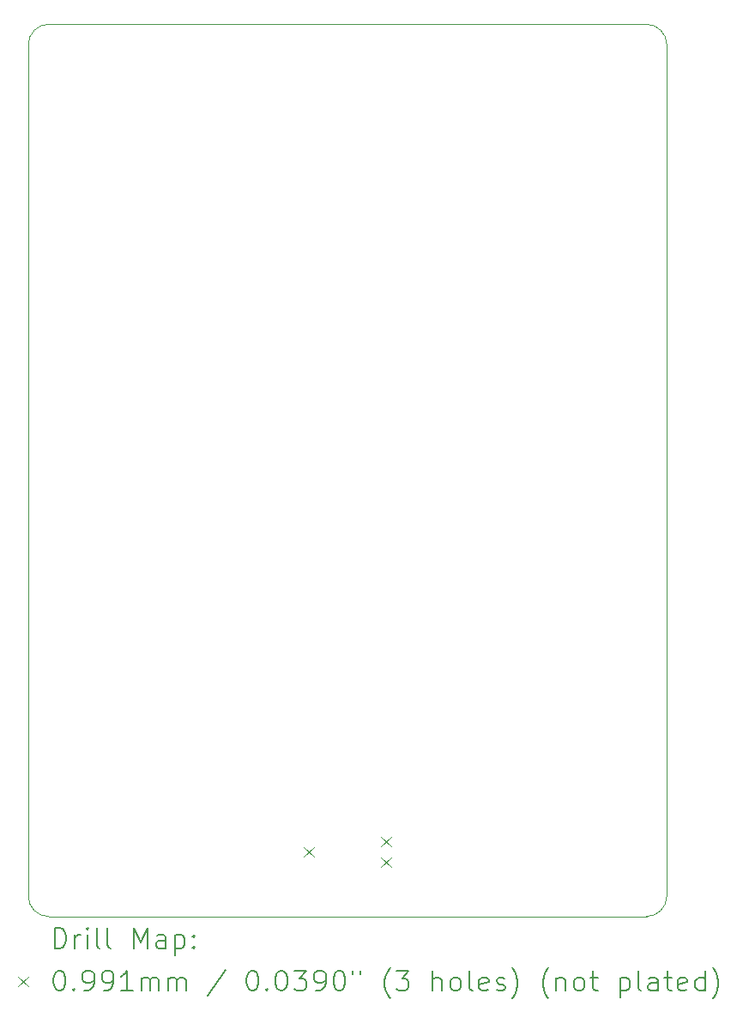
<source format=gbr>
%TF.GenerationSoftware,KiCad,Pcbnew,8.0.5*%
%TF.CreationDate,2025-05-26T10:54:04-04:00*%
%TF.ProjectId,tcg_counter,7463675f-636f-4756-9e74-65722e6b6963,1*%
%TF.SameCoordinates,Original*%
%TF.FileFunction,Drillmap*%
%TF.FilePolarity,Positive*%
%FSLAX45Y45*%
G04 Gerber Fmt 4.5, Leading zero omitted, Abs format (unit mm)*
G04 Created by KiCad (PCBNEW 8.0.5) date 2025-05-26 10:54:04*
%MOMM*%
%LPD*%
G01*
G04 APERTURE LIST*
%ADD10C,0.050000*%
%ADD11C,0.200000*%
%ADD12C,0.100000*%
G04 APERTURE END LIST*
D10*
X17300000Y-13100000D02*
G75*
G02*
X17100000Y-13300000I-200000J0D01*
G01*
X11000000Y-4700000D02*
G75*
G02*
X11200000Y-4500000I200000J0D01*
G01*
X11000000Y-13100000D02*
X11000000Y-4700000D01*
X11200000Y-13300000D02*
G75*
G02*
X11000000Y-13100000I0J200000D01*
G01*
X17100000Y-4500000D02*
G75*
G02*
X17300000Y-4700000I0J-200000D01*
G01*
X17100000Y-13300000D02*
X11200000Y-13300000D01*
X17300000Y-4700000D02*
X17300000Y-13100000D01*
X11200000Y-4500000D02*
X17100000Y-4500000D01*
D11*
D12*
X13719470Y-12613970D02*
X13818530Y-12713030D01*
X13818530Y-12613970D02*
X13719470Y-12713030D01*
X14481470Y-12512370D02*
X14580530Y-12611430D01*
X14580530Y-12512370D02*
X14481470Y-12611430D01*
X14481470Y-12715570D02*
X14580530Y-12814630D01*
X14580530Y-12715570D02*
X14481470Y-12814630D01*
D11*
X11258277Y-13613984D02*
X11258277Y-13413984D01*
X11258277Y-13413984D02*
X11305896Y-13413984D01*
X11305896Y-13413984D02*
X11334467Y-13423508D01*
X11334467Y-13423508D02*
X11353515Y-13442555D01*
X11353515Y-13442555D02*
X11363039Y-13461603D01*
X11363039Y-13461603D02*
X11372562Y-13499698D01*
X11372562Y-13499698D02*
X11372562Y-13528269D01*
X11372562Y-13528269D02*
X11363039Y-13566365D01*
X11363039Y-13566365D02*
X11353515Y-13585412D01*
X11353515Y-13585412D02*
X11334467Y-13604460D01*
X11334467Y-13604460D02*
X11305896Y-13613984D01*
X11305896Y-13613984D02*
X11258277Y-13613984D01*
X11458277Y-13613984D02*
X11458277Y-13480650D01*
X11458277Y-13518746D02*
X11467801Y-13499698D01*
X11467801Y-13499698D02*
X11477324Y-13490174D01*
X11477324Y-13490174D02*
X11496372Y-13480650D01*
X11496372Y-13480650D02*
X11515420Y-13480650D01*
X11582086Y-13613984D02*
X11582086Y-13480650D01*
X11582086Y-13413984D02*
X11572562Y-13423508D01*
X11572562Y-13423508D02*
X11582086Y-13433031D01*
X11582086Y-13433031D02*
X11591610Y-13423508D01*
X11591610Y-13423508D02*
X11582086Y-13413984D01*
X11582086Y-13413984D02*
X11582086Y-13433031D01*
X11705896Y-13613984D02*
X11686848Y-13604460D01*
X11686848Y-13604460D02*
X11677324Y-13585412D01*
X11677324Y-13585412D02*
X11677324Y-13413984D01*
X11810658Y-13613984D02*
X11791610Y-13604460D01*
X11791610Y-13604460D02*
X11782086Y-13585412D01*
X11782086Y-13585412D02*
X11782086Y-13413984D01*
X12039229Y-13613984D02*
X12039229Y-13413984D01*
X12039229Y-13413984D02*
X12105896Y-13556841D01*
X12105896Y-13556841D02*
X12172562Y-13413984D01*
X12172562Y-13413984D02*
X12172562Y-13613984D01*
X12353515Y-13613984D02*
X12353515Y-13509222D01*
X12353515Y-13509222D02*
X12343991Y-13490174D01*
X12343991Y-13490174D02*
X12324943Y-13480650D01*
X12324943Y-13480650D02*
X12286848Y-13480650D01*
X12286848Y-13480650D02*
X12267801Y-13490174D01*
X12353515Y-13604460D02*
X12334467Y-13613984D01*
X12334467Y-13613984D02*
X12286848Y-13613984D01*
X12286848Y-13613984D02*
X12267801Y-13604460D01*
X12267801Y-13604460D02*
X12258277Y-13585412D01*
X12258277Y-13585412D02*
X12258277Y-13566365D01*
X12258277Y-13566365D02*
X12267801Y-13547317D01*
X12267801Y-13547317D02*
X12286848Y-13537793D01*
X12286848Y-13537793D02*
X12334467Y-13537793D01*
X12334467Y-13537793D02*
X12353515Y-13528269D01*
X12448753Y-13480650D02*
X12448753Y-13680650D01*
X12448753Y-13490174D02*
X12467801Y-13480650D01*
X12467801Y-13480650D02*
X12505896Y-13480650D01*
X12505896Y-13480650D02*
X12524943Y-13490174D01*
X12524943Y-13490174D02*
X12534467Y-13499698D01*
X12534467Y-13499698D02*
X12543991Y-13518746D01*
X12543991Y-13518746D02*
X12543991Y-13575888D01*
X12543991Y-13575888D02*
X12534467Y-13594936D01*
X12534467Y-13594936D02*
X12524943Y-13604460D01*
X12524943Y-13604460D02*
X12505896Y-13613984D01*
X12505896Y-13613984D02*
X12467801Y-13613984D01*
X12467801Y-13613984D02*
X12448753Y-13604460D01*
X12629705Y-13594936D02*
X12639229Y-13604460D01*
X12639229Y-13604460D02*
X12629705Y-13613984D01*
X12629705Y-13613984D02*
X12620182Y-13604460D01*
X12620182Y-13604460D02*
X12629705Y-13594936D01*
X12629705Y-13594936D02*
X12629705Y-13613984D01*
X12629705Y-13490174D02*
X12639229Y-13499698D01*
X12639229Y-13499698D02*
X12629705Y-13509222D01*
X12629705Y-13509222D02*
X12620182Y-13499698D01*
X12620182Y-13499698D02*
X12629705Y-13490174D01*
X12629705Y-13490174D02*
X12629705Y-13509222D01*
D12*
X10898440Y-13892970D02*
X10997500Y-13992030D01*
X10997500Y-13892970D02*
X10898440Y-13992030D01*
D11*
X11296372Y-13833984D02*
X11315420Y-13833984D01*
X11315420Y-13833984D02*
X11334467Y-13843508D01*
X11334467Y-13843508D02*
X11343991Y-13853031D01*
X11343991Y-13853031D02*
X11353515Y-13872079D01*
X11353515Y-13872079D02*
X11363039Y-13910174D01*
X11363039Y-13910174D02*
X11363039Y-13957793D01*
X11363039Y-13957793D02*
X11353515Y-13995888D01*
X11353515Y-13995888D02*
X11343991Y-14014936D01*
X11343991Y-14014936D02*
X11334467Y-14024460D01*
X11334467Y-14024460D02*
X11315420Y-14033984D01*
X11315420Y-14033984D02*
X11296372Y-14033984D01*
X11296372Y-14033984D02*
X11277324Y-14024460D01*
X11277324Y-14024460D02*
X11267801Y-14014936D01*
X11267801Y-14014936D02*
X11258277Y-13995888D01*
X11258277Y-13995888D02*
X11248753Y-13957793D01*
X11248753Y-13957793D02*
X11248753Y-13910174D01*
X11248753Y-13910174D02*
X11258277Y-13872079D01*
X11258277Y-13872079D02*
X11267801Y-13853031D01*
X11267801Y-13853031D02*
X11277324Y-13843508D01*
X11277324Y-13843508D02*
X11296372Y-13833984D01*
X11448753Y-14014936D02*
X11458277Y-14024460D01*
X11458277Y-14024460D02*
X11448753Y-14033984D01*
X11448753Y-14033984D02*
X11439229Y-14024460D01*
X11439229Y-14024460D02*
X11448753Y-14014936D01*
X11448753Y-14014936D02*
X11448753Y-14033984D01*
X11553515Y-14033984D02*
X11591610Y-14033984D01*
X11591610Y-14033984D02*
X11610658Y-14024460D01*
X11610658Y-14024460D02*
X11620182Y-14014936D01*
X11620182Y-14014936D02*
X11639229Y-13986365D01*
X11639229Y-13986365D02*
X11648753Y-13948269D01*
X11648753Y-13948269D02*
X11648753Y-13872079D01*
X11648753Y-13872079D02*
X11639229Y-13853031D01*
X11639229Y-13853031D02*
X11629705Y-13843508D01*
X11629705Y-13843508D02*
X11610658Y-13833984D01*
X11610658Y-13833984D02*
X11572562Y-13833984D01*
X11572562Y-13833984D02*
X11553515Y-13843508D01*
X11553515Y-13843508D02*
X11543991Y-13853031D01*
X11543991Y-13853031D02*
X11534467Y-13872079D01*
X11534467Y-13872079D02*
X11534467Y-13919698D01*
X11534467Y-13919698D02*
X11543991Y-13938746D01*
X11543991Y-13938746D02*
X11553515Y-13948269D01*
X11553515Y-13948269D02*
X11572562Y-13957793D01*
X11572562Y-13957793D02*
X11610658Y-13957793D01*
X11610658Y-13957793D02*
X11629705Y-13948269D01*
X11629705Y-13948269D02*
X11639229Y-13938746D01*
X11639229Y-13938746D02*
X11648753Y-13919698D01*
X11743991Y-14033984D02*
X11782086Y-14033984D01*
X11782086Y-14033984D02*
X11801134Y-14024460D01*
X11801134Y-14024460D02*
X11810658Y-14014936D01*
X11810658Y-14014936D02*
X11829705Y-13986365D01*
X11829705Y-13986365D02*
X11839229Y-13948269D01*
X11839229Y-13948269D02*
X11839229Y-13872079D01*
X11839229Y-13872079D02*
X11829705Y-13853031D01*
X11829705Y-13853031D02*
X11820182Y-13843508D01*
X11820182Y-13843508D02*
X11801134Y-13833984D01*
X11801134Y-13833984D02*
X11763039Y-13833984D01*
X11763039Y-13833984D02*
X11743991Y-13843508D01*
X11743991Y-13843508D02*
X11734467Y-13853031D01*
X11734467Y-13853031D02*
X11724943Y-13872079D01*
X11724943Y-13872079D02*
X11724943Y-13919698D01*
X11724943Y-13919698D02*
X11734467Y-13938746D01*
X11734467Y-13938746D02*
X11743991Y-13948269D01*
X11743991Y-13948269D02*
X11763039Y-13957793D01*
X11763039Y-13957793D02*
X11801134Y-13957793D01*
X11801134Y-13957793D02*
X11820182Y-13948269D01*
X11820182Y-13948269D02*
X11829705Y-13938746D01*
X11829705Y-13938746D02*
X11839229Y-13919698D01*
X12029705Y-14033984D02*
X11915420Y-14033984D01*
X11972562Y-14033984D02*
X11972562Y-13833984D01*
X11972562Y-13833984D02*
X11953515Y-13862555D01*
X11953515Y-13862555D02*
X11934467Y-13881603D01*
X11934467Y-13881603D02*
X11915420Y-13891127D01*
X12115420Y-14033984D02*
X12115420Y-13900650D01*
X12115420Y-13919698D02*
X12124943Y-13910174D01*
X12124943Y-13910174D02*
X12143991Y-13900650D01*
X12143991Y-13900650D02*
X12172563Y-13900650D01*
X12172563Y-13900650D02*
X12191610Y-13910174D01*
X12191610Y-13910174D02*
X12201134Y-13929222D01*
X12201134Y-13929222D02*
X12201134Y-14033984D01*
X12201134Y-13929222D02*
X12210658Y-13910174D01*
X12210658Y-13910174D02*
X12229705Y-13900650D01*
X12229705Y-13900650D02*
X12258277Y-13900650D01*
X12258277Y-13900650D02*
X12277324Y-13910174D01*
X12277324Y-13910174D02*
X12286848Y-13929222D01*
X12286848Y-13929222D02*
X12286848Y-14033984D01*
X12382086Y-14033984D02*
X12382086Y-13900650D01*
X12382086Y-13919698D02*
X12391610Y-13910174D01*
X12391610Y-13910174D02*
X12410658Y-13900650D01*
X12410658Y-13900650D02*
X12439229Y-13900650D01*
X12439229Y-13900650D02*
X12458277Y-13910174D01*
X12458277Y-13910174D02*
X12467801Y-13929222D01*
X12467801Y-13929222D02*
X12467801Y-14033984D01*
X12467801Y-13929222D02*
X12477324Y-13910174D01*
X12477324Y-13910174D02*
X12496372Y-13900650D01*
X12496372Y-13900650D02*
X12524943Y-13900650D01*
X12524943Y-13900650D02*
X12543991Y-13910174D01*
X12543991Y-13910174D02*
X12553515Y-13929222D01*
X12553515Y-13929222D02*
X12553515Y-14033984D01*
X12943991Y-13824460D02*
X12772563Y-14081603D01*
X13201134Y-13833984D02*
X13220182Y-13833984D01*
X13220182Y-13833984D02*
X13239229Y-13843508D01*
X13239229Y-13843508D02*
X13248753Y-13853031D01*
X13248753Y-13853031D02*
X13258277Y-13872079D01*
X13258277Y-13872079D02*
X13267801Y-13910174D01*
X13267801Y-13910174D02*
X13267801Y-13957793D01*
X13267801Y-13957793D02*
X13258277Y-13995888D01*
X13258277Y-13995888D02*
X13248753Y-14014936D01*
X13248753Y-14014936D02*
X13239229Y-14024460D01*
X13239229Y-14024460D02*
X13220182Y-14033984D01*
X13220182Y-14033984D02*
X13201134Y-14033984D01*
X13201134Y-14033984D02*
X13182086Y-14024460D01*
X13182086Y-14024460D02*
X13172563Y-14014936D01*
X13172563Y-14014936D02*
X13163039Y-13995888D01*
X13163039Y-13995888D02*
X13153515Y-13957793D01*
X13153515Y-13957793D02*
X13153515Y-13910174D01*
X13153515Y-13910174D02*
X13163039Y-13872079D01*
X13163039Y-13872079D02*
X13172563Y-13853031D01*
X13172563Y-13853031D02*
X13182086Y-13843508D01*
X13182086Y-13843508D02*
X13201134Y-13833984D01*
X13353515Y-14014936D02*
X13363039Y-14024460D01*
X13363039Y-14024460D02*
X13353515Y-14033984D01*
X13353515Y-14033984D02*
X13343991Y-14024460D01*
X13343991Y-14024460D02*
X13353515Y-14014936D01*
X13353515Y-14014936D02*
X13353515Y-14033984D01*
X13486848Y-13833984D02*
X13505896Y-13833984D01*
X13505896Y-13833984D02*
X13524944Y-13843508D01*
X13524944Y-13843508D02*
X13534467Y-13853031D01*
X13534467Y-13853031D02*
X13543991Y-13872079D01*
X13543991Y-13872079D02*
X13553515Y-13910174D01*
X13553515Y-13910174D02*
X13553515Y-13957793D01*
X13553515Y-13957793D02*
X13543991Y-13995888D01*
X13543991Y-13995888D02*
X13534467Y-14014936D01*
X13534467Y-14014936D02*
X13524944Y-14024460D01*
X13524944Y-14024460D02*
X13505896Y-14033984D01*
X13505896Y-14033984D02*
X13486848Y-14033984D01*
X13486848Y-14033984D02*
X13467801Y-14024460D01*
X13467801Y-14024460D02*
X13458277Y-14014936D01*
X13458277Y-14014936D02*
X13448753Y-13995888D01*
X13448753Y-13995888D02*
X13439229Y-13957793D01*
X13439229Y-13957793D02*
X13439229Y-13910174D01*
X13439229Y-13910174D02*
X13448753Y-13872079D01*
X13448753Y-13872079D02*
X13458277Y-13853031D01*
X13458277Y-13853031D02*
X13467801Y-13843508D01*
X13467801Y-13843508D02*
X13486848Y-13833984D01*
X13620182Y-13833984D02*
X13743991Y-13833984D01*
X13743991Y-13833984D02*
X13677325Y-13910174D01*
X13677325Y-13910174D02*
X13705896Y-13910174D01*
X13705896Y-13910174D02*
X13724944Y-13919698D01*
X13724944Y-13919698D02*
X13734467Y-13929222D01*
X13734467Y-13929222D02*
X13743991Y-13948269D01*
X13743991Y-13948269D02*
X13743991Y-13995888D01*
X13743991Y-13995888D02*
X13734467Y-14014936D01*
X13734467Y-14014936D02*
X13724944Y-14024460D01*
X13724944Y-14024460D02*
X13705896Y-14033984D01*
X13705896Y-14033984D02*
X13648753Y-14033984D01*
X13648753Y-14033984D02*
X13629706Y-14024460D01*
X13629706Y-14024460D02*
X13620182Y-14014936D01*
X13839229Y-14033984D02*
X13877325Y-14033984D01*
X13877325Y-14033984D02*
X13896372Y-14024460D01*
X13896372Y-14024460D02*
X13905896Y-14014936D01*
X13905896Y-14014936D02*
X13924944Y-13986365D01*
X13924944Y-13986365D02*
X13934467Y-13948269D01*
X13934467Y-13948269D02*
X13934467Y-13872079D01*
X13934467Y-13872079D02*
X13924944Y-13853031D01*
X13924944Y-13853031D02*
X13915420Y-13843508D01*
X13915420Y-13843508D02*
X13896372Y-13833984D01*
X13896372Y-13833984D02*
X13858277Y-13833984D01*
X13858277Y-13833984D02*
X13839229Y-13843508D01*
X13839229Y-13843508D02*
X13829706Y-13853031D01*
X13829706Y-13853031D02*
X13820182Y-13872079D01*
X13820182Y-13872079D02*
X13820182Y-13919698D01*
X13820182Y-13919698D02*
X13829706Y-13938746D01*
X13829706Y-13938746D02*
X13839229Y-13948269D01*
X13839229Y-13948269D02*
X13858277Y-13957793D01*
X13858277Y-13957793D02*
X13896372Y-13957793D01*
X13896372Y-13957793D02*
X13915420Y-13948269D01*
X13915420Y-13948269D02*
X13924944Y-13938746D01*
X13924944Y-13938746D02*
X13934467Y-13919698D01*
X14058277Y-13833984D02*
X14077325Y-13833984D01*
X14077325Y-13833984D02*
X14096372Y-13843508D01*
X14096372Y-13843508D02*
X14105896Y-13853031D01*
X14105896Y-13853031D02*
X14115420Y-13872079D01*
X14115420Y-13872079D02*
X14124944Y-13910174D01*
X14124944Y-13910174D02*
X14124944Y-13957793D01*
X14124944Y-13957793D02*
X14115420Y-13995888D01*
X14115420Y-13995888D02*
X14105896Y-14014936D01*
X14105896Y-14014936D02*
X14096372Y-14024460D01*
X14096372Y-14024460D02*
X14077325Y-14033984D01*
X14077325Y-14033984D02*
X14058277Y-14033984D01*
X14058277Y-14033984D02*
X14039229Y-14024460D01*
X14039229Y-14024460D02*
X14029706Y-14014936D01*
X14029706Y-14014936D02*
X14020182Y-13995888D01*
X14020182Y-13995888D02*
X14010658Y-13957793D01*
X14010658Y-13957793D02*
X14010658Y-13910174D01*
X14010658Y-13910174D02*
X14020182Y-13872079D01*
X14020182Y-13872079D02*
X14029706Y-13853031D01*
X14029706Y-13853031D02*
X14039229Y-13843508D01*
X14039229Y-13843508D02*
X14058277Y-13833984D01*
X14201134Y-13833984D02*
X14201134Y-13872079D01*
X14277325Y-13833984D02*
X14277325Y-13872079D01*
X14572563Y-14110174D02*
X14563039Y-14100650D01*
X14563039Y-14100650D02*
X14543991Y-14072079D01*
X14543991Y-14072079D02*
X14534468Y-14053031D01*
X14534468Y-14053031D02*
X14524944Y-14024460D01*
X14524944Y-14024460D02*
X14515420Y-13976841D01*
X14515420Y-13976841D02*
X14515420Y-13938746D01*
X14515420Y-13938746D02*
X14524944Y-13891127D01*
X14524944Y-13891127D02*
X14534468Y-13862555D01*
X14534468Y-13862555D02*
X14543991Y-13843508D01*
X14543991Y-13843508D02*
X14563039Y-13814936D01*
X14563039Y-13814936D02*
X14572563Y-13805412D01*
X14629706Y-13833984D02*
X14753515Y-13833984D01*
X14753515Y-13833984D02*
X14686848Y-13910174D01*
X14686848Y-13910174D02*
X14715420Y-13910174D01*
X14715420Y-13910174D02*
X14734468Y-13919698D01*
X14734468Y-13919698D02*
X14743991Y-13929222D01*
X14743991Y-13929222D02*
X14753515Y-13948269D01*
X14753515Y-13948269D02*
X14753515Y-13995888D01*
X14753515Y-13995888D02*
X14743991Y-14014936D01*
X14743991Y-14014936D02*
X14734468Y-14024460D01*
X14734468Y-14024460D02*
X14715420Y-14033984D01*
X14715420Y-14033984D02*
X14658277Y-14033984D01*
X14658277Y-14033984D02*
X14639229Y-14024460D01*
X14639229Y-14024460D02*
X14629706Y-14014936D01*
X14991610Y-14033984D02*
X14991610Y-13833984D01*
X15077325Y-14033984D02*
X15077325Y-13929222D01*
X15077325Y-13929222D02*
X15067801Y-13910174D01*
X15067801Y-13910174D02*
X15048753Y-13900650D01*
X15048753Y-13900650D02*
X15020182Y-13900650D01*
X15020182Y-13900650D02*
X15001134Y-13910174D01*
X15001134Y-13910174D02*
X14991610Y-13919698D01*
X15201134Y-14033984D02*
X15182087Y-14024460D01*
X15182087Y-14024460D02*
X15172563Y-14014936D01*
X15172563Y-14014936D02*
X15163039Y-13995888D01*
X15163039Y-13995888D02*
X15163039Y-13938746D01*
X15163039Y-13938746D02*
X15172563Y-13919698D01*
X15172563Y-13919698D02*
X15182087Y-13910174D01*
X15182087Y-13910174D02*
X15201134Y-13900650D01*
X15201134Y-13900650D02*
X15229706Y-13900650D01*
X15229706Y-13900650D02*
X15248753Y-13910174D01*
X15248753Y-13910174D02*
X15258277Y-13919698D01*
X15258277Y-13919698D02*
X15267801Y-13938746D01*
X15267801Y-13938746D02*
X15267801Y-13995888D01*
X15267801Y-13995888D02*
X15258277Y-14014936D01*
X15258277Y-14014936D02*
X15248753Y-14024460D01*
X15248753Y-14024460D02*
X15229706Y-14033984D01*
X15229706Y-14033984D02*
X15201134Y-14033984D01*
X15382087Y-14033984D02*
X15363039Y-14024460D01*
X15363039Y-14024460D02*
X15353515Y-14005412D01*
X15353515Y-14005412D02*
X15353515Y-13833984D01*
X15534468Y-14024460D02*
X15515420Y-14033984D01*
X15515420Y-14033984D02*
X15477325Y-14033984D01*
X15477325Y-14033984D02*
X15458277Y-14024460D01*
X15458277Y-14024460D02*
X15448753Y-14005412D01*
X15448753Y-14005412D02*
X15448753Y-13929222D01*
X15448753Y-13929222D02*
X15458277Y-13910174D01*
X15458277Y-13910174D02*
X15477325Y-13900650D01*
X15477325Y-13900650D02*
X15515420Y-13900650D01*
X15515420Y-13900650D02*
X15534468Y-13910174D01*
X15534468Y-13910174D02*
X15543991Y-13929222D01*
X15543991Y-13929222D02*
X15543991Y-13948269D01*
X15543991Y-13948269D02*
X15448753Y-13967317D01*
X15620182Y-14024460D02*
X15639230Y-14033984D01*
X15639230Y-14033984D02*
X15677325Y-14033984D01*
X15677325Y-14033984D02*
X15696372Y-14024460D01*
X15696372Y-14024460D02*
X15705896Y-14005412D01*
X15705896Y-14005412D02*
X15705896Y-13995888D01*
X15705896Y-13995888D02*
X15696372Y-13976841D01*
X15696372Y-13976841D02*
X15677325Y-13967317D01*
X15677325Y-13967317D02*
X15648753Y-13967317D01*
X15648753Y-13967317D02*
X15629706Y-13957793D01*
X15629706Y-13957793D02*
X15620182Y-13938746D01*
X15620182Y-13938746D02*
X15620182Y-13929222D01*
X15620182Y-13929222D02*
X15629706Y-13910174D01*
X15629706Y-13910174D02*
X15648753Y-13900650D01*
X15648753Y-13900650D02*
X15677325Y-13900650D01*
X15677325Y-13900650D02*
X15696372Y-13910174D01*
X15772563Y-14110174D02*
X15782087Y-14100650D01*
X15782087Y-14100650D02*
X15801134Y-14072079D01*
X15801134Y-14072079D02*
X15810658Y-14053031D01*
X15810658Y-14053031D02*
X15820182Y-14024460D01*
X15820182Y-14024460D02*
X15829706Y-13976841D01*
X15829706Y-13976841D02*
X15829706Y-13938746D01*
X15829706Y-13938746D02*
X15820182Y-13891127D01*
X15820182Y-13891127D02*
X15810658Y-13862555D01*
X15810658Y-13862555D02*
X15801134Y-13843508D01*
X15801134Y-13843508D02*
X15782087Y-13814936D01*
X15782087Y-13814936D02*
X15772563Y-13805412D01*
X16134468Y-14110174D02*
X16124944Y-14100650D01*
X16124944Y-14100650D02*
X16105896Y-14072079D01*
X16105896Y-14072079D02*
X16096372Y-14053031D01*
X16096372Y-14053031D02*
X16086849Y-14024460D01*
X16086849Y-14024460D02*
X16077325Y-13976841D01*
X16077325Y-13976841D02*
X16077325Y-13938746D01*
X16077325Y-13938746D02*
X16086849Y-13891127D01*
X16086849Y-13891127D02*
X16096372Y-13862555D01*
X16096372Y-13862555D02*
X16105896Y-13843508D01*
X16105896Y-13843508D02*
X16124944Y-13814936D01*
X16124944Y-13814936D02*
X16134468Y-13805412D01*
X16210658Y-13900650D02*
X16210658Y-14033984D01*
X16210658Y-13919698D02*
X16220182Y-13910174D01*
X16220182Y-13910174D02*
X16239230Y-13900650D01*
X16239230Y-13900650D02*
X16267801Y-13900650D01*
X16267801Y-13900650D02*
X16286849Y-13910174D01*
X16286849Y-13910174D02*
X16296372Y-13929222D01*
X16296372Y-13929222D02*
X16296372Y-14033984D01*
X16420182Y-14033984D02*
X16401134Y-14024460D01*
X16401134Y-14024460D02*
X16391611Y-14014936D01*
X16391611Y-14014936D02*
X16382087Y-13995888D01*
X16382087Y-13995888D02*
X16382087Y-13938746D01*
X16382087Y-13938746D02*
X16391611Y-13919698D01*
X16391611Y-13919698D02*
X16401134Y-13910174D01*
X16401134Y-13910174D02*
X16420182Y-13900650D01*
X16420182Y-13900650D02*
X16448753Y-13900650D01*
X16448753Y-13900650D02*
X16467801Y-13910174D01*
X16467801Y-13910174D02*
X16477325Y-13919698D01*
X16477325Y-13919698D02*
X16486849Y-13938746D01*
X16486849Y-13938746D02*
X16486849Y-13995888D01*
X16486849Y-13995888D02*
X16477325Y-14014936D01*
X16477325Y-14014936D02*
X16467801Y-14024460D01*
X16467801Y-14024460D02*
X16448753Y-14033984D01*
X16448753Y-14033984D02*
X16420182Y-14033984D01*
X16543992Y-13900650D02*
X16620182Y-13900650D01*
X16572563Y-13833984D02*
X16572563Y-14005412D01*
X16572563Y-14005412D02*
X16582087Y-14024460D01*
X16582087Y-14024460D02*
X16601134Y-14033984D01*
X16601134Y-14033984D02*
X16620182Y-14033984D01*
X16839230Y-13900650D02*
X16839230Y-14100650D01*
X16839230Y-13910174D02*
X16858277Y-13900650D01*
X16858277Y-13900650D02*
X16896373Y-13900650D01*
X16896373Y-13900650D02*
X16915420Y-13910174D01*
X16915420Y-13910174D02*
X16924944Y-13919698D01*
X16924944Y-13919698D02*
X16934468Y-13938746D01*
X16934468Y-13938746D02*
X16934468Y-13995888D01*
X16934468Y-13995888D02*
X16924944Y-14014936D01*
X16924944Y-14014936D02*
X16915420Y-14024460D01*
X16915420Y-14024460D02*
X16896373Y-14033984D01*
X16896373Y-14033984D02*
X16858277Y-14033984D01*
X16858277Y-14033984D02*
X16839230Y-14024460D01*
X17048754Y-14033984D02*
X17029706Y-14024460D01*
X17029706Y-14024460D02*
X17020182Y-14005412D01*
X17020182Y-14005412D02*
X17020182Y-13833984D01*
X17210658Y-14033984D02*
X17210658Y-13929222D01*
X17210658Y-13929222D02*
X17201135Y-13910174D01*
X17201135Y-13910174D02*
X17182087Y-13900650D01*
X17182087Y-13900650D02*
X17143992Y-13900650D01*
X17143992Y-13900650D02*
X17124944Y-13910174D01*
X17210658Y-14024460D02*
X17191611Y-14033984D01*
X17191611Y-14033984D02*
X17143992Y-14033984D01*
X17143992Y-14033984D02*
X17124944Y-14024460D01*
X17124944Y-14024460D02*
X17115420Y-14005412D01*
X17115420Y-14005412D02*
X17115420Y-13986365D01*
X17115420Y-13986365D02*
X17124944Y-13967317D01*
X17124944Y-13967317D02*
X17143992Y-13957793D01*
X17143992Y-13957793D02*
X17191611Y-13957793D01*
X17191611Y-13957793D02*
X17210658Y-13948269D01*
X17277325Y-13900650D02*
X17353515Y-13900650D01*
X17305896Y-13833984D02*
X17305896Y-14005412D01*
X17305896Y-14005412D02*
X17315420Y-14024460D01*
X17315420Y-14024460D02*
X17334468Y-14033984D01*
X17334468Y-14033984D02*
X17353515Y-14033984D01*
X17496373Y-14024460D02*
X17477325Y-14033984D01*
X17477325Y-14033984D02*
X17439230Y-14033984D01*
X17439230Y-14033984D02*
X17420182Y-14024460D01*
X17420182Y-14024460D02*
X17410658Y-14005412D01*
X17410658Y-14005412D02*
X17410658Y-13929222D01*
X17410658Y-13929222D02*
X17420182Y-13910174D01*
X17420182Y-13910174D02*
X17439230Y-13900650D01*
X17439230Y-13900650D02*
X17477325Y-13900650D01*
X17477325Y-13900650D02*
X17496373Y-13910174D01*
X17496373Y-13910174D02*
X17505896Y-13929222D01*
X17505896Y-13929222D02*
X17505896Y-13948269D01*
X17505896Y-13948269D02*
X17410658Y-13967317D01*
X17677325Y-14033984D02*
X17677325Y-13833984D01*
X17677325Y-14024460D02*
X17658277Y-14033984D01*
X17658277Y-14033984D02*
X17620182Y-14033984D01*
X17620182Y-14033984D02*
X17601135Y-14024460D01*
X17601135Y-14024460D02*
X17591611Y-14014936D01*
X17591611Y-14014936D02*
X17582087Y-13995888D01*
X17582087Y-13995888D02*
X17582087Y-13938746D01*
X17582087Y-13938746D02*
X17591611Y-13919698D01*
X17591611Y-13919698D02*
X17601135Y-13910174D01*
X17601135Y-13910174D02*
X17620182Y-13900650D01*
X17620182Y-13900650D02*
X17658277Y-13900650D01*
X17658277Y-13900650D02*
X17677325Y-13910174D01*
X17753516Y-14110174D02*
X17763039Y-14100650D01*
X17763039Y-14100650D02*
X17782087Y-14072079D01*
X17782087Y-14072079D02*
X17791611Y-14053031D01*
X17791611Y-14053031D02*
X17801135Y-14024460D01*
X17801135Y-14024460D02*
X17810658Y-13976841D01*
X17810658Y-13976841D02*
X17810658Y-13938746D01*
X17810658Y-13938746D02*
X17801135Y-13891127D01*
X17801135Y-13891127D02*
X17791611Y-13862555D01*
X17791611Y-13862555D02*
X17782087Y-13843508D01*
X17782087Y-13843508D02*
X17763039Y-13814936D01*
X17763039Y-13814936D02*
X17753516Y-13805412D01*
M02*

</source>
